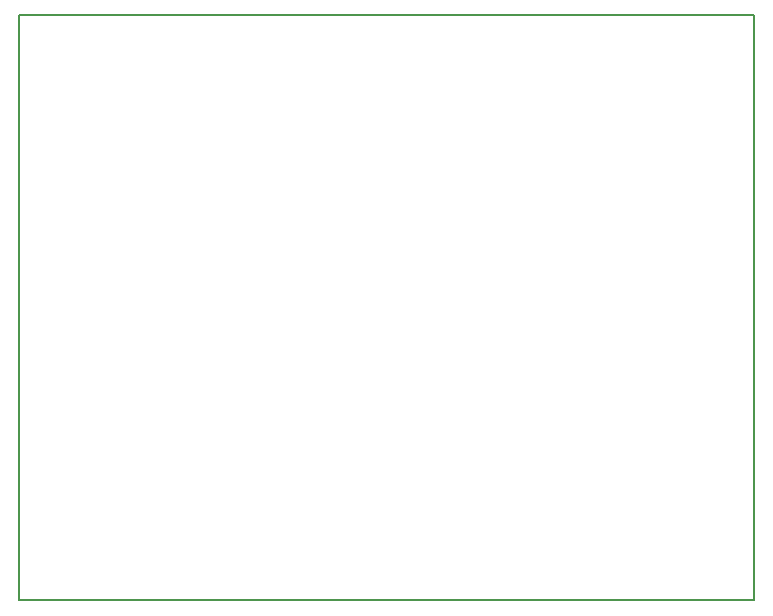
<source format=gm1>
G04 #@! TF.FileFunction,Profile,NP*
%FSLAX46Y46*%
G04 Gerber Fmt 4.6, Leading zero omitted, Abs format (unit mm)*
G04 Created by KiCad (PCBNEW 4.0.4+e1-6308~48~ubuntu15.10.1-stable) date Tue Jan 24 12:24:32 2017*
%MOMM*%
%LPD*%
G01*
G04 APERTURE LIST*
%ADD10C,0.100000*%
%ADD11C,0.150000*%
G04 APERTURE END LIST*
D10*
D11*
X111760000Y-120650000D02*
X111760000Y-71120000D01*
X173990000Y-120650000D02*
X111760000Y-120650000D01*
X173990000Y-71120000D02*
X173990000Y-120650000D01*
X111760000Y-71120000D02*
X173990000Y-71120000D01*
M02*

</source>
